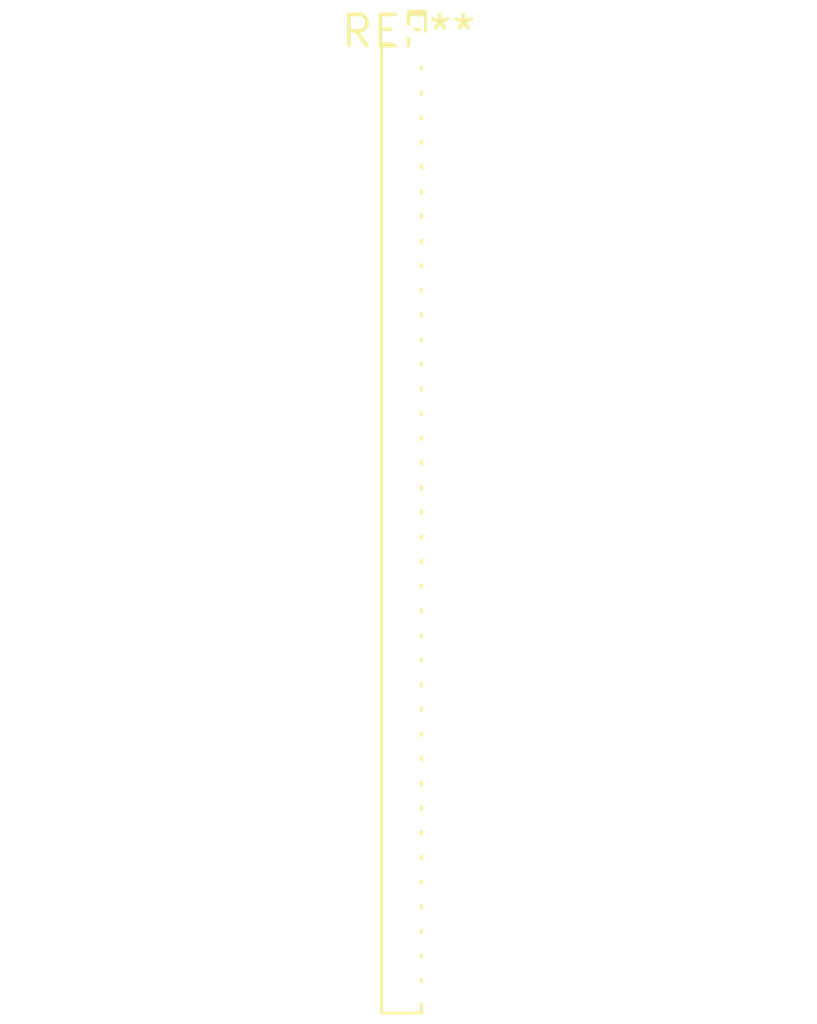
<source format=kicad_pcb>
(kicad_pcb (version 20240108) (generator pcbnew)
  (layers (0 "F.Cu" signal) (31 "B.Cu" signal) (34 "B.Paste" user) (35 "F.Paste" user) (36 "B.SilkS" user "B.Silkscreen") (37 "F.SilkS" user "F.Silkscreen") (38 "B.Mask" user) (39 "F.Mask" user) (44 "Edge.Cuts" user))
  (net 0 "")
  (footprint "PinSocket_1x40_P1.00mm_Vertical" (layer "F.Cu") (at 0 0)
    (property "Reference" "REF**")
    (property "Value" "PinSocket_1x40_P1.00mm_Vertical")
    (fp_line (start -1.1 0.5) (end -1.1 39.81) (layer "F.SilkS") (stroke (width 0.12)))
    (fp_line (start -1.1 0.5) (end -0.685 0.5) (layer "F.SilkS") (stroke (width 0.12)))
    (fp_line (start -1.1 39.81) (end 0.52 39.81) (layer "F.SilkS") (stroke (width 0.12)))
    (fp_line (start 0 -0.81) (end 0.685 -0.81) (layer "F.SilkS") (stroke (width 0.12)))
    (fp_line (start 0.52 1.445898) (end 0.52 1.554102) (layer "F.SilkS") (stroke (width 0.12)))
    (fp_line (start 0.52 2.445898) (end 0.52 2.554102) (layer "F.SilkS") (stroke (width 0.12)))
    (fp_line (start 0.52 3.445898) (end 0.52 3.554102) (layer "F.SilkS") (stroke (width 0.12)))
    (fp_line (start 0.52 4.445898) (end 0.52 4.554102) (layer "F.SilkS") (stroke (width 0.12)))
    (fp_line (start 0.52 5.445898) (end 0.52 5.554102) (layer "F.SilkS") (stroke (width 0.12)))
    (fp_line (start 0.52 6.445898) (end 0.52 6.554102) (layer "F.SilkS") (stroke (width 0.12)))
    (fp_line (start 0.52 7.445898) (end 0.52 7.554102) (layer "F.SilkS") (stroke (width 0.12)))
    (fp_line (start 0.52 8.445898) (end 0.52 8.554102) (layer "F.SilkS") (stroke (width 0.12)))
    (fp_line (start 0.52 9.445898) (end 0.52 9.554102) (layer "F.SilkS") (stroke (width 0.12)))
    (fp_line (start 0.52 10.445898) (end 0.52 10.554102) (layer "F.SilkS") (stroke (width 0.12)))
    (fp_line (start 0.52 11.445898) (end 0.52 11.554102) (layer "F.SilkS") (stroke (width 0.12)))
    (fp_line (start 0.52 12.445898) (end 0.52 12.554102) (layer "F.SilkS") (stroke (width 0.12)))
    (fp_line (start 0.52 13.445898) (end 0.52 13.554102) (layer "F.SilkS") (stroke (width 0.12)))
    (fp_line (start 0.52 14.445898) (end 0.52 14.554102) (layer "F.SilkS") (stroke (width 0.12)))
    (fp_line (start 0.52 15.445898) (end 0.52 15.554102) (layer "F.SilkS") (stroke (width 0.12)))
    (fp_line (start 0.52 16.445898) (end 0.52 16.554102) (layer "F.SilkS") (stroke (width 0.12)))
    (fp_line (start 0.52 17.445898) (end 0.52 17.554102) (layer "F.SilkS") (stroke (width 0.12)))
    (fp_line (start 0.52 18.445898) (end 0.52 18.554102) (layer "F.SilkS") (stroke (width 0.12)))
    (fp_line (start 0.52 19.445898) (end 0.52 19.554102) (layer "F.SilkS") (stroke (width 0.12)))
    (fp_line (start 0.52 20.445898) (end 0.52 20.554102) (layer "F.SilkS") (stroke (width 0.12)))
    (fp_line (start 0.52 21.445898) (end 0.52 21.554102) (layer "F.SilkS") (stroke (width 0.12)))
    (fp_line (start 0.52 22.445898) (end 0.52 22.554102) (layer "F.SilkS") (stroke (width 0.12)))
    (fp_line (start 0.52 23.445898) (end 0.52 23.554102) (layer "F.SilkS") (stroke (width 0.12)))
    (fp_line (start 0.52 24.445898) (end 0.52 24.554102) (layer "F.SilkS") (stroke (width 0.12)))
    (fp_line (start 0.52 25.445898) (end 0.52 25.554102) (layer "F.SilkS") (stroke (width 0.12)))
    (fp_line (start 0.52 26.445898) (end 0.52 26.554102) (layer "F.SilkS") (stroke (width 0.12)))
    (fp_line (start 0.52 27.445898) (end 0.52 27.554102) (layer "F.SilkS") (stroke (width 0.12)))
    (fp_line (start 0.52 28.445898) (end 0.52 28.554102) (layer "F.SilkS") (stroke (width 0.12)))
    (fp_line (start 0.52 29.445898) (end 0.52 29.554102) (layer "F.SilkS") (stroke (width 0.12)))
    (fp_line (start 0.52 30.445898) (end 0.52 30.554102) (layer "F.SilkS") (stroke (width 0.12)))
    (fp_line (start 0.52 31.445898) (end 0.52 31.554102) (layer "F.SilkS") (stroke (width 0.12)))
    (fp_line (start 0.52 32.445898) (end 0.52 32.554102) (layer "F.SilkS") (stroke (width 0.12)))
    (fp_line (start 0.52 33.445898) (end 0.52 33.554102) (layer "F.SilkS") (stroke (width 0.12)))
    (fp_line (start 0.52 34.445898) (end 0.52 34.554102) (layer "F.SilkS") (stroke (width 0.12)))
    (fp_line (start 0.52 35.445898) (end 0.52 35.554102) (layer "F.SilkS") (stroke (width 0.12)))
    (fp_line (start 0.52 36.445898) (end 0.52 36.554102) (layer "F.SilkS") (stroke (width 0.12)))
    (fp_line (start 0.52 37.445898) (end 0.52 37.554102) (layer "F.SilkS") (stroke (width 0.12)))
    (fp_line (start 0.52 38.445898) (end 0.52 38.554102) (layer "F.SilkS") (stroke (width 0.12)))
    (fp_line (start 0.52 39.445898) (end 0.52 39.81) (layer "F.SilkS") (stroke (width 0.12)))
    (fp_line (start 0.685 -0.81) (end 0.685 0) (layer "F.SilkS") (stroke (width 0.12)))
    (pad "1" thru_hole rect (at 0 0) (size 0.85 0.85) (drill 0.5) (layers *.Cu *.Mask) (remove_unused_layers))
    (pad "2" thru_hole oval (at 0 1) (size 0.85 0.85) (drill 0.5) (layers *.Cu *.Mask) (remove_unused_layers))
    (pad "3" thru_hole oval (at 0 2) (size 0.85 0.85) (drill 0.5) (layers *.Cu *.Mask) (remove_unused_layers))
    (pad "4" thru_hole oval (at 0 3) (size 0.85 0.85) (drill 0.5) (layers *.Cu *.Mask) (remove_unused_layers))
    (pad "5" thru_hole oval (at 0 4) (size 0.85 0.85) (drill 0.5) (layers *.Cu *.Mask) (remove_unused_layers))
    (pad "6" thru_hole oval (at 0 5) (size 0.85 0.85) (drill 0.5) (layers *.Cu *.Mask) (remove_unused_layers))
    (pad "7" thru_hole oval (at 0 6) (size 0.85 0.85) (drill 0.5) (layers *.Cu *.Mask) (remove_unused_layers))
    (pad "8" thru_hole oval (at 0 7) (size 0.85 0.85) (drill 0.5) (layers *.Cu *.Mask) (remove_unused_layers))
    (pad "9" thru_hole oval (at 0 8) (size 0.85 0.85) (drill 0.5) (layers *.Cu *.Mask) (remove_unused_layers))
    (pad "10" thru_hole oval (at 0 9) (size 0.85 0.85) (drill 0.5) (layers *.Cu *.Mask) (remove_unused_layers))
    (pad "11" thru_hole oval (at 0 10) (size 0.85 0.85) (drill 0.5) (layers *.Cu *.Mask) (remove_unused_layers))
    (pad "12" thru_hole oval (at 0 11) (size 0.85 0.85) (drill 0.5) (layers *.Cu *.Mask) (remove_unused_layers))
    (pad "13" thru_hole oval (at 0 12) (size 0.85 0.85) (drill 0.5) (layers *.Cu *.Mask) (remove_unused_layers))
    (pad "14" thru_hole oval (at 0 13) (size 0.85 0.85) (drill 0.5) (layers *.Cu *.Mask) (remove_unused_layers))
    (pad "15" thru_hole oval (at 0 14) (size 0.85 0.85) (drill 0.5) (layers *.Cu *.Mask) (remove_unused_layers))
    (pad "16" thru_hole oval (at 0 15) (size 0.85 0.85) (drill 0.5) (layers *.Cu *.Mask) (remove_unused_layers))
    (pad "17" thru_hole oval (at 0 16) (size 0.85 0.85) (drill 0.5) (layers *.Cu *.Mask) (remove_unused_layers))
    (pad "18" thru_hole oval (at 0 17) (size 0.85 0.85) (drill 0.5) (layers *.Cu *.Mask) (remove_unused_layers))
    (pad "19" thru_hole oval (at 0 18) (size 0.85 0.85) (drill 0.5) (layers *.Cu *.Mask) (remove_unused_layers))
    (pad "20" thru_hole oval (at 0 19) (size 0.85 0.85) (drill 0.5) (layers *.Cu *.Mask) (remove_unused_layers))
    (pad "21" thru_hole oval (at 0 20) (size 0.85 0.85) (drill 0.5) (layers *.Cu *.Mask) (remove_unused_layers))
    (pad "22" thru_hole oval (at 0 21) (size 0.85 0.85) (drill 0.5) (layers *.Cu *.Mask) (remove_unused_layers))
    (pad "23" thru_hole oval (at 0 22) (size 0.85 0.85) (drill 0.5) (layers *.Cu *.Mask) (remove_unused_layers))
    (pad "24" thru_hole oval (at 0 23) (size 0.85 0.85) (drill 0.5) (layers *.Cu *.Mask) (remove_unused_layers))
    (pad "25" thru_hole oval (at 0 24) (size 0.85 0.85) (drill 0.5) (layers *.Cu *.Mask) (remove_unused_layers))
    (pad "26" thru_hole oval (at 0 25) (size 0.85 0.85) (drill 0.5) (layers *.Cu *.Mask) (remove_unused_layers))
    (pad "27" thru_hole oval (at 0 26) (size 0.85 0.85) (drill 0.5) (layers *.Cu *.Mask) (remove_unused_layers))
    (pad "28" thru_hole oval (at 0 27) (size 0.85 0.85) (drill 0.5) (layers *.Cu *.Mask) (remove_unused_layers))
    (pad "29" thru_hole oval (at 0 28) (size 0.85 0.85) (drill 0.5) (layers *.Cu *.Mask) (remove_unused_layers))
    (pad "30" thru_hole oval (at 0 29) (size 0.85 0.85) (drill 0.5) (layers *.Cu *.Mask) (remove_unused_layers))
    (pad "31" thru_hole oval (at 0 30) (size 0.85 0.85) (drill 0.5) (layers *.Cu *.Mask) (remove_unused_layers))
    (pad "32" thru_hole oval (at 0 31) (size 0.85 0.85) (drill 0.5) (layers *.Cu *.Mask) (remove_unused_layers))
    (pad "33" thru_hole oval (at 0 32) (size 0.85 0.85) (drill 0.5) (layers *.Cu *.Mask) (remove_unused_layers))
    (pad "34" thru_hole oval (at 0 33) (size 0.85 0.85) (drill 0.5) (layers *.Cu *.Mask) (remove_unused_layers))
    (pad "35" thru_hole oval (at 0 34) (size 0.85 0.85) (drill 0.5) (layers *.Cu *.Mask) (remove_unused_layers))
    (pad "36" thru_hole oval (at 0 35) (size 0.85 0.85) (drill 0.5) (layers *.Cu *.Mask) (remove_unused_layers))
    (pad "37" thru_hole oval (at 0 36) (size 0.85 0.85) (drill 0.5) (layers *.Cu *.Mask) (remove_unused_layers))
    (pad "38" thru_hole oval (at 0 37) (size 0.85 0.85) (drill 0.5) (layers *.Cu *.Mask) (remove_unused_layers))
    (pad "39" thru_hole oval (at 0 38) (size 0.85 0.85) (drill 0.5) (layers *.Cu *.Mask) (remove_unused_layers))
    (pad "40" thru_hole oval (at 0 39) (size 0.85 0.85) (drill 0.5) (layers *.Cu *.Mask) (remove_unused_layers))
  )
)
</source>
